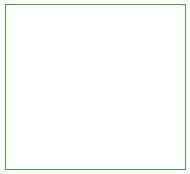
<source format=gbr>
%TF.GenerationSoftware,KiCad,Pcbnew,7.0.7*%
%TF.CreationDate,2023-12-16T19:35:10-08:00*%
%TF.ProjectId,laser_crosshair_pwm_gen_board,6c617365-725f-4637-926f-737368616972,rev?*%
%TF.SameCoordinates,PX791ddc0PY6d01460*%
%TF.FileFunction,Profile,NP*%
%FSLAX46Y46*%
G04 Gerber Fmt 4.6, Leading zero omitted, Abs format (unit mm)*
G04 Created by KiCad (PCBNEW 7.0.7) date 2023-12-16 19:35:10*
%MOMM*%
%LPD*%
G01*
G04 APERTURE LIST*
%TA.AperFunction,Profile*%
%ADD10C,0.100000*%
%TD*%
G04 APERTURE END LIST*
D10*
X0Y0D02*
X15240000Y0D01*
X15240000Y-13970000D01*
X0Y-13970000D01*
X0Y0D01*
M02*

</source>
